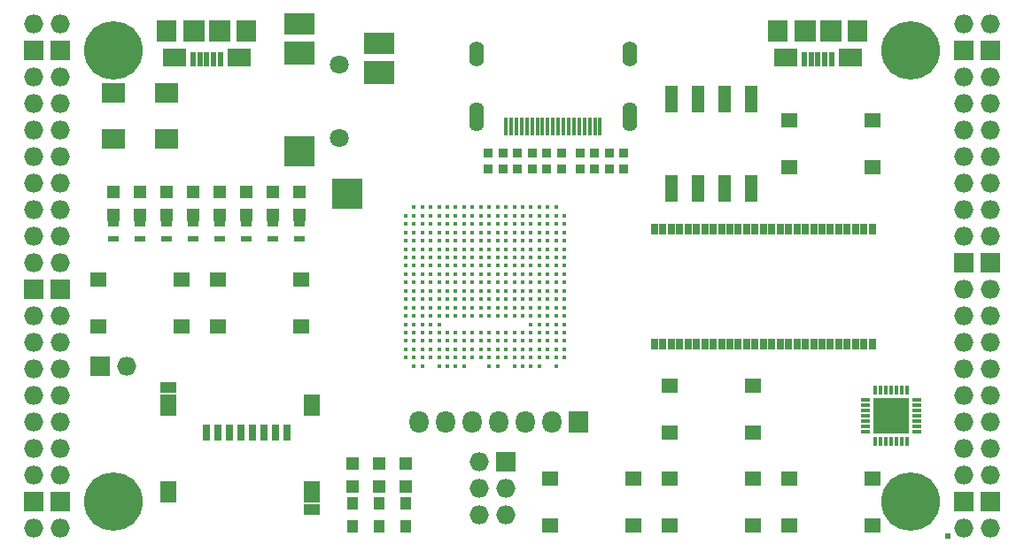
<source format=gts>
G04 #@! TF.FileFunction,Soldermask,Top*
%FSLAX46Y46*%
G04 Gerber Fmt 4.6, Leading zero omitted, Abs format (unit mm)*
G04 Created by KiCad (PCBNEW 4.0.7+dfsg1-1) date Sat Feb 17 10:48:56 2018*
%MOMM*%
%LPD*%
G01*
G04 APERTURE LIST*
%ADD10C,0.100000*%
%ADD11O,1.827200X1.827200*%
%ADD12R,1.827200X1.827200*%
%ADD13R,0.600000X0.600000*%
%ADD14C,5.600000*%
%ADD15R,1.000000X1.300000*%
%ADD16R,2.200000X1.700000*%
%ADD17R,2.000000X2.000000*%
%ADD18R,0.500000X1.450000*%
%ADD19R,1.900000X2.000000*%
%ADD20O,0.950000X0.400000*%
%ADD21O,0.400000X0.950000*%
%ADD22R,1.775000X1.775000*%
%ADD23R,1.827200X2.132000*%
%ADD24O,1.827200X2.132000*%
%ADD25R,1.650000X1.400000*%
%ADD26R,1.220000X2.540000*%
%ADD27C,0.430000*%
%ADD28R,1.300000X1.300000*%
%ADD29R,2.900000X2.100000*%
%ADD30R,2.900000X2.300000*%
%ADD31R,2.900000X2.900000*%
%ADD32C,1.800000*%
%ADD33O,1.400000X2.800000*%
%ADD34O,1.400000X2.400000*%
%ADD35R,0.350000X1.700000*%
%ADD36R,0.800000X1.600000*%
%ADD37R,1.550000X1.000000*%
%ADD38R,1.550000X2.100000*%
%ADD39R,2.300000X1.900000*%
%ADD40R,0.660000X1.000000*%
%ADD41R,1.000000X0.600000*%
%ADD42R,0.850000X0.900000*%
G04 APERTURE END LIST*
D10*
D11*
X97910000Y-62690000D03*
X95370000Y-62690000D03*
D12*
X97910000Y-65230000D03*
X95370000Y-65230000D03*
D11*
X97910000Y-67770000D03*
X95370000Y-67770000D03*
X97910000Y-70310000D03*
X95370000Y-70310000D03*
X97910000Y-72850000D03*
X95370000Y-72850000D03*
X97910000Y-75390000D03*
X95370000Y-75390000D03*
X97910000Y-77930000D03*
X95370000Y-77930000D03*
X97910000Y-80470000D03*
X95370000Y-80470000D03*
X97910000Y-83010000D03*
X95370000Y-83010000D03*
X97910000Y-85550000D03*
X95370000Y-85550000D03*
D12*
X97910000Y-88090000D03*
X95370000Y-88090000D03*
D11*
X97910000Y-90630000D03*
X95370000Y-90630000D03*
X97910000Y-93170000D03*
X95370000Y-93170000D03*
X97910000Y-95710000D03*
X95370000Y-95710000D03*
X97910000Y-98250000D03*
X95370000Y-98250000D03*
X97910000Y-100790000D03*
X95370000Y-100790000D03*
X97910000Y-103330000D03*
X95370000Y-103330000D03*
X97910000Y-105870000D03*
X95370000Y-105870000D03*
D12*
X97910000Y-108410000D03*
X95370000Y-108410000D03*
D11*
X97910000Y-110950000D03*
X95370000Y-110950000D03*
D13*
X182675150Y-111637626D03*
D11*
X184270000Y-110950000D03*
X186810000Y-110950000D03*
D12*
X184270000Y-108410000D03*
X186810000Y-108410000D03*
D11*
X184270000Y-105870000D03*
X186810000Y-105870000D03*
X184270000Y-103330000D03*
X186810000Y-103330000D03*
X184270000Y-100790000D03*
X186810000Y-100790000D03*
X184270000Y-98250000D03*
X186810000Y-98250000D03*
X184270000Y-95710000D03*
X186810000Y-95710000D03*
X184270000Y-93170000D03*
X186810000Y-93170000D03*
X184270000Y-90630000D03*
X186810000Y-90630000D03*
X184270000Y-88090000D03*
X186810000Y-88090000D03*
D12*
X184270000Y-85550000D03*
X186810000Y-85550000D03*
D11*
X184270000Y-83010000D03*
X186810000Y-83010000D03*
X184270000Y-80470000D03*
X186810000Y-80470000D03*
X184270000Y-77930000D03*
X186810000Y-77930000D03*
X184270000Y-75390000D03*
X186810000Y-75390000D03*
X184270000Y-72850000D03*
X186810000Y-72850000D03*
X184270000Y-70310000D03*
X186810000Y-70310000D03*
X184270000Y-67770000D03*
X186810000Y-67770000D03*
D12*
X184270000Y-65230000D03*
X186810000Y-65230000D03*
D11*
X184270000Y-62690000D03*
X186810000Y-62690000D03*
D14*
X102990000Y-108410000D03*
X179190000Y-108410000D03*
X179190000Y-65230000D03*
X102990000Y-65230000D03*
D12*
X101720000Y-95456000D03*
D11*
X104260000Y-95456000D03*
D15*
X128390000Y-108580000D03*
X128390000Y-110780000D03*
X130930000Y-110780000D03*
X130930000Y-108580000D03*
D16*
X114980000Y-65875000D03*
X108780000Y-65875000D03*
D17*
X113080000Y-63325000D03*
X110680000Y-63325000D03*
D18*
X113180000Y-66000000D03*
X112530000Y-66000000D03*
X111880000Y-66000000D03*
X111230000Y-66000000D03*
X110580000Y-66000000D03*
D19*
X115680000Y-63325000D03*
X108080000Y-63325000D03*
D16*
X173400000Y-65875000D03*
X167200000Y-65875000D03*
D17*
X171500000Y-63325000D03*
X169100000Y-63325000D03*
D18*
X171600000Y-66000000D03*
X170950000Y-66000000D03*
X170300000Y-66000000D03*
X169650000Y-66000000D03*
X169000000Y-66000000D03*
D19*
X174100000Y-63325000D03*
X166500000Y-63325000D03*
D12*
X140455000Y-104600000D03*
D11*
X137915000Y-104600000D03*
X140455000Y-107140000D03*
X137915000Y-107140000D03*
X140455000Y-109680000D03*
X137915000Y-109680000D03*
D20*
X179735000Y-101655000D03*
X179735000Y-101155000D03*
X179735000Y-100655000D03*
X179735000Y-100155000D03*
X179735000Y-99655000D03*
X179735000Y-99155000D03*
X179735000Y-98655000D03*
D21*
X178785000Y-97705000D03*
X178285000Y-97705000D03*
X177785000Y-97705000D03*
X177285000Y-97705000D03*
X176785000Y-97705000D03*
X176285000Y-97705000D03*
X175785000Y-97705000D03*
D20*
X174835000Y-98655000D03*
X174835000Y-99155000D03*
X174835000Y-99655000D03*
X174835000Y-100155000D03*
X174835000Y-100655000D03*
X174835000Y-101155000D03*
X174835000Y-101655000D03*
D21*
X175785000Y-102605000D03*
X176285000Y-102605000D03*
X176785000Y-102605000D03*
X177285000Y-102605000D03*
X177785000Y-102605000D03*
X178285000Y-102605000D03*
X178785000Y-102605000D03*
D22*
X176447500Y-99317500D03*
X176447500Y-100992500D03*
X178122500Y-99317500D03*
X178122500Y-100992500D03*
D23*
X147440000Y-100790000D03*
D24*
X144900000Y-100790000D03*
X142360000Y-100790000D03*
X139820000Y-100790000D03*
X137280000Y-100790000D03*
X134740000Y-100790000D03*
X132200000Y-100790000D03*
D25*
X175550000Y-71870000D03*
X175550000Y-76370000D03*
X167590000Y-76370000D03*
X167590000Y-71870000D03*
X101550000Y-91610000D03*
X101550000Y-87110000D03*
X109510000Y-87110000D03*
X109510000Y-91610000D03*
X112980000Y-91610000D03*
X112980000Y-87110000D03*
X120940000Y-87110000D03*
X120940000Y-91610000D03*
X156160000Y-101770000D03*
X156160000Y-97270000D03*
X164120000Y-97270000D03*
X164120000Y-101770000D03*
X164120000Y-106160000D03*
X164120000Y-110660000D03*
X156160000Y-110660000D03*
X156160000Y-106160000D03*
X152690000Y-106160000D03*
X152690000Y-110660000D03*
X144730000Y-110660000D03*
X144730000Y-106160000D03*
X175550000Y-106160000D03*
X175550000Y-110660000D03*
X167590000Y-110660000D03*
X167590000Y-106160000D03*
D26*
X156330000Y-78425000D03*
X163950000Y-69815000D03*
X158870000Y-78425000D03*
X161410000Y-69815000D03*
X161410000Y-78425000D03*
X158870000Y-69815000D03*
X163950000Y-78425000D03*
X156330000Y-69815000D03*
D27*
X131680000Y-80200000D03*
X132480000Y-80200000D03*
X133280000Y-80200000D03*
X134080000Y-80200000D03*
X134880000Y-80200000D03*
X135680000Y-80200000D03*
X136480000Y-80200000D03*
X137280000Y-80200000D03*
X138080000Y-80200000D03*
X138880000Y-80200000D03*
X139680000Y-80200000D03*
X140480000Y-80200000D03*
X141280000Y-80200000D03*
X142080000Y-80200000D03*
X142880000Y-80200000D03*
X143680000Y-80200000D03*
X144480000Y-80200000D03*
X145280000Y-80200000D03*
X130880000Y-81000000D03*
X131680000Y-81000000D03*
X132480000Y-81000000D03*
X133280000Y-81000000D03*
X134080000Y-81000000D03*
X134880000Y-81000000D03*
X135680000Y-81000000D03*
X136480000Y-81000000D03*
X137280000Y-81000000D03*
X138080000Y-81000000D03*
X138880000Y-81000000D03*
X139680000Y-81000000D03*
X140480000Y-81000000D03*
X141280000Y-81000000D03*
X142080000Y-81000000D03*
X142880000Y-81000000D03*
X143680000Y-81000000D03*
X144480000Y-81000000D03*
X145280000Y-81000000D03*
X146080000Y-81000000D03*
X130880000Y-81800000D03*
X131680000Y-81800000D03*
X132480000Y-81800000D03*
X133280000Y-81800000D03*
X134080000Y-81800000D03*
X134880000Y-81800000D03*
X135680000Y-81800000D03*
X136480000Y-81800000D03*
X137280000Y-81800000D03*
X138080000Y-81800000D03*
X138880000Y-81800000D03*
X139680000Y-81800000D03*
X140480000Y-81800000D03*
X141280000Y-81800000D03*
X142080000Y-81800000D03*
X142880000Y-81800000D03*
X143680000Y-81800000D03*
X144480000Y-81800000D03*
X145280000Y-81800000D03*
X146080000Y-81800000D03*
X130880000Y-82600000D03*
X131680000Y-82600000D03*
X132480000Y-82600000D03*
X133280000Y-82600000D03*
X134080000Y-82600000D03*
X134880000Y-82600000D03*
X135680000Y-82600000D03*
X136480000Y-82600000D03*
X137280000Y-82600000D03*
X138080000Y-82600000D03*
X138880000Y-82600000D03*
X139680000Y-82600000D03*
X140480000Y-82600000D03*
X141280000Y-82600000D03*
X142080000Y-82600000D03*
X142880000Y-82600000D03*
X143680000Y-82600000D03*
X144480000Y-82600000D03*
X145280000Y-82600000D03*
X146080000Y-82600000D03*
X130880000Y-83400000D03*
X131680000Y-83400000D03*
X132480000Y-83400000D03*
X133280000Y-83400000D03*
X134080000Y-83400000D03*
X134880000Y-83400000D03*
X135680000Y-83400000D03*
X136480000Y-83400000D03*
X137280000Y-83400000D03*
X138080000Y-83400000D03*
X138880000Y-83400000D03*
X139680000Y-83400000D03*
X140480000Y-83400000D03*
X141280000Y-83400000D03*
X142080000Y-83400000D03*
X142880000Y-83400000D03*
X143680000Y-83400000D03*
X144480000Y-83400000D03*
X145280000Y-83400000D03*
X146080000Y-83400000D03*
X130880000Y-84200000D03*
X131680000Y-84200000D03*
X132480000Y-84200000D03*
X133280000Y-84200000D03*
X134080000Y-84200000D03*
X134880000Y-84200000D03*
X135680000Y-84200000D03*
X136480000Y-84200000D03*
X137280000Y-84200000D03*
X138080000Y-84200000D03*
X138880000Y-84200000D03*
X139680000Y-84200000D03*
X140480000Y-84200000D03*
X141280000Y-84200000D03*
X142080000Y-84200000D03*
X142880000Y-84200000D03*
X143680000Y-84200000D03*
X144480000Y-84200000D03*
X145280000Y-84200000D03*
X146080000Y-84200000D03*
X130880000Y-85000000D03*
X131680000Y-85000000D03*
X132480000Y-85000000D03*
X133280000Y-85000000D03*
X134080000Y-85000000D03*
X134880000Y-85000000D03*
X135680000Y-85000000D03*
X136480000Y-85000000D03*
X137280000Y-85000000D03*
X138080000Y-85000000D03*
X138880000Y-85000000D03*
X139680000Y-85000000D03*
X140480000Y-85000000D03*
X141280000Y-85000000D03*
X142080000Y-85000000D03*
X142880000Y-85000000D03*
X143680000Y-85000000D03*
X144480000Y-85000000D03*
X145280000Y-85000000D03*
X146080000Y-85000000D03*
X130880000Y-85800000D03*
X131680000Y-85800000D03*
X132480000Y-85800000D03*
X133280000Y-85800000D03*
X134080000Y-85800000D03*
X134880000Y-85800000D03*
X135680000Y-85800000D03*
X136480000Y-85800000D03*
X137280000Y-85800000D03*
X138080000Y-85800000D03*
X138880000Y-85800000D03*
X139680000Y-85800000D03*
X140480000Y-85800000D03*
X141280000Y-85800000D03*
X142080000Y-85800000D03*
X142880000Y-85800000D03*
X143680000Y-85800000D03*
X144480000Y-85800000D03*
X145280000Y-85800000D03*
X146080000Y-85800000D03*
X130880000Y-86600000D03*
X131680000Y-86600000D03*
X132480000Y-86600000D03*
X133280000Y-86600000D03*
X134080000Y-86600000D03*
X134880000Y-86600000D03*
X135680000Y-86600000D03*
X136480000Y-86600000D03*
X137280000Y-86600000D03*
X138080000Y-86600000D03*
X138880000Y-86600000D03*
X139680000Y-86600000D03*
X140480000Y-86600000D03*
X141280000Y-86600000D03*
X142080000Y-86600000D03*
X142880000Y-86600000D03*
X143680000Y-86600000D03*
X144480000Y-86600000D03*
X145280000Y-86600000D03*
X146080000Y-86600000D03*
X130880000Y-87400000D03*
X131680000Y-87400000D03*
X132480000Y-87400000D03*
X133280000Y-87400000D03*
X134080000Y-87400000D03*
X134880000Y-87400000D03*
X135680000Y-87400000D03*
X136480000Y-87400000D03*
X137280000Y-87400000D03*
X138080000Y-87400000D03*
X138880000Y-87400000D03*
X139680000Y-87400000D03*
X140480000Y-87400000D03*
X141280000Y-87400000D03*
X142080000Y-87400000D03*
X142880000Y-87400000D03*
X143680000Y-87400000D03*
X144480000Y-87400000D03*
X145280000Y-87400000D03*
X146080000Y-87400000D03*
X130880000Y-88200000D03*
X131680000Y-88200000D03*
X132480000Y-88200000D03*
X133280000Y-88200000D03*
X134080000Y-88200000D03*
X134880000Y-88200000D03*
X135680000Y-88200000D03*
X136480000Y-88200000D03*
X137280000Y-88200000D03*
X138080000Y-88200000D03*
X138880000Y-88200000D03*
X139680000Y-88200000D03*
X140480000Y-88200000D03*
X141280000Y-88200000D03*
X142080000Y-88200000D03*
X142880000Y-88200000D03*
X143680000Y-88200000D03*
X144480000Y-88200000D03*
X145280000Y-88200000D03*
X146080000Y-88200000D03*
X130880000Y-89000000D03*
X131680000Y-89000000D03*
X132480000Y-89000000D03*
X133280000Y-89000000D03*
X134080000Y-89000000D03*
X134880000Y-89000000D03*
X135680000Y-89000000D03*
X136480000Y-89000000D03*
X137280000Y-89000000D03*
X138080000Y-89000000D03*
X138880000Y-89000000D03*
X139680000Y-89000000D03*
X140480000Y-89000000D03*
X141280000Y-89000000D03*
X142080000Y-89000000D03*
X142880000Y-89000000D03*
X143680000Y-89000000D03*
X144480000Y-89000000D03*
X145280000Y-89000000D03*
X146080000Y-89000000D03*
X130880000Y-89800000D03*
X131680000Y-89800000D03*
X132480000Y-89800000D03*
X133280000Y-89800000D03*
X134080000Y-89800000D03*
X134880000Y-89800000D03*
X135680000Y-89800000D03*
X136480000Y-89800000D03*
X137280000Y-89800000D03*
X138080000Y-89800000D03*
X138880000Y-89800000D03*
X139680000Y-89800000D03*
X140480000Y-89800000D03*
X141280000Y-89800000D03*
X142080000Y-89800000D03*
X142880000Y-89800000D03*
X143680000Y-89800000D03*
X144480000Y-89800000D03*
X145280000Y-89800000D03*
X146080000Y-89800000D03*
X130880000Y-90600000D03*
X131680000Y-90600000D03*
X132480000Y-90600000D03*
X133280000Y-90600000D03*
X134080000Y-90600000D03*
X134880000Y-90600000D03*
X135680000Y-90600000D03*
X136480000Y-90600000D03*
X137280000Y-90600000D03*
X138080000Y-90600000D03*
X138880000Y-90600000D03*
X139680000Y-90600000D03*
X140480000Y-90600000D03*
X141280000Y-90600000D03*
X142080000Y-90600000D03*
X142880000Y-90600000D03*
X143680000Y-90600000D03*
X144480000Y-90600000D03*
X145280000Y-90600000D03*
X146080000Y-90600000D03*
X130880000Y-91400000D03*
X131680000Y-91400000D03*
X132480000Y-91400000D03*
X133280000Y-91400000D03*
X134080000Y-91400000D03*
X142880000Y-91400000D03*
X143680000Y-91400000D03*
X144480000Y-91400000D03*
X145280000Y-91400000D03*
X146080000Y-91400000D03*
X130880000Y-92200000D03*
X131680000Y-92200000D03*
X132480000Y-92200000D03*
X133280000Y-92200000D03*
X134080000Y-92200000D03*
X134880000Y-92200000D03*
X135680000Y-92200000D03*
X136480000Y-92200000D03*
X137280000Y-92200000D03*
X138080000Y-92200000D03*
X138880000Y-92200000D03*
X139680000Y-92200000D03*
X140480000Y-92200000D03*
X141280000Y-92200000D03*
X142080000Y-92200000D03*
X142880000Y-92200000D03*
X143680000Y-92200000D03*
X144480000Y-92200000D03*
X145280000Y-92200000D03*
X146080000Y-92200000D03*
X130880000Y-93000000D03*
X131680000Y-93000000D03*
X132480000Y-93000000D03*
X133280000Y-93000000D03*
X134080000Y-93000000D03*
X134880000Y-93000000D03*
X135680000Y-93000000D03*
X136480000Y-93000000D03*
X137280000Y-93000000D03*
X138080000Y-93000000D03*
X138880000Y-93000000D03*
X139680000Y-93000000D03*
X140480000Y-93000000D03*
X141280000Y-93000000D03*
X142080000Y-93000000D03*
X142880000Y-93000000D03*
X143680000Y-93000000D03*
X144480000Y-93000000D03*
X145280000Y-93000000D03*
X146080000Y-93000000D03*
X130880000Y-93800000D03*
X131680000Y-93800000D03*
X132480000Y-93800000D03*
X133280000Y-93800000D03*
X134080000Y-93800000D03*
X134880000Y-93800000D03*
X135680000Y-93800000D03*
X136480000Y-93800000D03*
X137280000Y-93800000D03*
X138080000Y-93800000D03*
X138880000Y-93800000D03*
X139680000Y-93800000D03*
X140480000Y-93800000D03*
X141280000Y-93800000D03*
X142080000Y-93800000D03*
X142880000Y-93800000D03*
X143680000Y-93800000D03*
X144480000Y-93800000D03*
X145280000Y-93800000D03*
X146080000Y-93800000D03*
X130880000Y-94600000D03*
X131680000Y-94600000D03*
X132480000Y-94600000D03*
X133280000Y-94600000D03*
X134080000Y-94600000D03*
X134880000Y-94600000D03*
X135680000Y-94600000D03*
X136480000Y-94600000D03*
X137280000Y-94600000D03*
X138080000Y-94600000D03*
X138880000Y-94600000D03*
X139680000Y-94600000D03*
X140480000Y-94600000D03*
X141280000Y-94600000D03*
X142080000Y-94600000D03*
X142880000Y-94600000D03*
X143680000Y-94600000D03*
X144480000Y-94600000D03*
X145280000Y-94600000D03*
X146080000Y-94600000D03*
X131680000Y-95400000D03*
X132480000Y-95400000D03*
X134080000Y-95400000D03*
X134880000Y-95400000D03*
X135680000Y-95400000D03*
X136480000Y-95400000D03*
X138880000Y-95400000D03*
X139680000Y-95400000D03*
X141280000Y-95400000D03*
X142080000Y-95400000D03*
X142880000Y-95400000D03*
X143680000Y-95400000D03*
X145280000Y-95400000D03*
D28*
X125850000Y-104770000D03*
X125850000Y-106970000D03*
D15*
X125850000Y-108580000D03*
X125850000Y-110780000D03*
D28*
X128390000Y-104770000D03*
X128390000Y-106970000D03*
X120770000Y-80935000D03*
X120770000Y-78735000D03*
X118230000Y-80935000D03*
X118230000Y-78735000D03*
X115690000Y-80935000D03*
X115690000Y-78735000D03*
X113150000Y-80935000D03*
X113150000Y-78735000D03*
X110610000Y-80935000D03*
X110610000Y-78735000D03*
X108070000Y-80935000D03*
X108070000Y-78735000D03*
X105530000Y-80935000D03*
X105530000Y-78735000D03*
X102990000Y-80935000D03*
X102990000Y-78735000D03*
X130930000Y-104770000D03*
X130930000Y-106970000D03*
D29*
X120780000Y-62648000D03*
D30*
X120780000Y-65448000D03*
D31*
X120780000Y-74848000D03*
X125330000Y-78948000D03*
D30*
X128380000Y-67348000D03*
D29*
X128380000Y-64548000D03*
D32*
X124580000Y-66548000D03*
X124580000Y-73548000D03*
D33*
X152280000Y-71550000D03*
X137680000Y-71550000D03*
D34*
X137680000Y-65500000D03*
D35*
X140480000Y-72500000D03*
X140980000Y-72500000D03*
X141480000Y-72500000D03*
X141980000Y-72500000D03*
X142480000Y-72500000D03*
X142980000Y-72500000D03*
X143480000Y-72500000D03*
X143980000Y-72500000D03*
X144480000Y-72500000D03*
X144980000Y-72500000D03*
X145480000Y-72500000D03*
X145980000Y-72500000D03*
X146480000Y-72500000D03*
X146980000Y-72500000D03*
X147480000Y-72500000D03*
X147980000Y-72500000D03*
X148480000Y-72500000D03*
X148980000Y-72500000D03*
X149480000Y-72500000D03*
D34*
X152280000Y-65500000D03*
D36*
X111850000Y-101750000D03*
X112950000Y-101750000D03*
X114050000Y-101750000D03*
X115150000Y-101750000D03*
X116250000Y-101750000D03*
X117350000Y-101750000D03*
X118450000Y-101750000D03*
X119550000Y-101750000D03*
D37*
X108175000Y-97450000D03*
X121925000Y-109150000D03*
D38*
X121925000Y-99150000D03*
X108175000Y-99150000D03*
X108175000Y-107450000D03*
X121925000Y-107450000D03*
D39*
X108040000Y-69220000D03*
X102960000Y-69220000D03*
X102960000Y-73620000D03*
X108040000Y-73620000D03*
D40*
X175493000Y-82270000D03*
X154693000Y-93330000D03*
X155493000Y-93330000D03*
X156293000Y-93330000D03*
X157093000Y-93330000D03*
X157893000Y-93330000D03*
X158693000Y-93330000D03*
X159493000Y-93330000D03*
X160293000Y-93330000D03*
X161093000Y-93330000D03*
X161893000Y-93330000D03*
X162693000Y-93330000D03*
X163493000Y-93330000D03*
X164293000Y-93330000D03*
X165093000Y-93330000D03*
X165893000Y-93330000D03*
X166693000Y-93330000D03*
X167493000Y-93330000D03*
X168293000Y-93330000D03*
X169093000Y-93330000D03*
X169893000Y-93330000D03*
X170693000Y-93330000D03*
X171493000Y-93330000D03*
X172293000Y-93330000D03*
X173093000Y-93330000D03*
X173893000Y-93330000D03*
X174693000Y-93330000D03*
X175493000Y-93330000D03*
X174693000Y-82270000D03*
X173893000Y-82270000D03*
X173093000Y-82270000D03*
X172293000Y-82270000D03*
X171493000Y-82270000D03*
X170693000Y-82270000D03*
X169893000Y-82270000D03*
X169093000Y-82270000D03*
X168293000Y-82270000D03*
X167493000Y-82270000D03*
X166693000Y-82270000D03*
X165893000Y-82270000D03*
X165093000Y-82270000D03*
X164293000Y-82270000D03*
X163493000Y-82270000D03*
X162693000Y-82270000D03*
X161893000Y-82270000D03*
X161093000Y-82270000D03*
X160293000Y-82270000D03*
X159493000Y-82270000D03*
X158693000Y-82270000D03*
X157893000Y-82270000D03*
X157093000Y-82270000D03*
X156293000Y-82270000D03*
X155493000Y-82270000D03*
X154693000Y-82270000D03*
D41*
X120770000Y-83252000D03*
X120770000Y-81752000D03*
X118230000Y-83252000D03*
X118230000Y-81752000D03*
X115690000Y-83252000D03*
X115690000Y-81752000D03*
X113150000Y-83252000D03*
X113150000Y-81752000D03*
X110610000Y-83252000D03*
X110610000Y-81752000D03*
X108070000Y-83252000D03*
X108070000Y-81752000D03*
X105530000Y-83252000D03*
X105530000Y-81752000D03*
X102990000Y-83252000D03*
X102990000Y-81752000D03*
D42*
X150361000Y-75021000D03*
X150361000Y-76521000D03*
X151758000Y-75021000D03*
X151758000Y-76521000D03*
X140201000Y-75021000D03*
X140201000Y-76521000D03*
X142995000Y-75021000D03*
X142995000Y-76521000D03*
X145789000Y-75021000D03*
X145789000Y-76521000D03*
X148964000Y-75021000D03*
X148964000Y-76521000D03*
X138804000Y-75021000D03*
X138804000Y-76521000D03*
X141598000Y-75021000D03*
X141598000Y-76521000D03*
X144392000Y-75021000D03*
X144392000Y-76521000D03*
X147567000Y-75009000D03*
X147567000Y-76509000D03*
M02*

</source>
